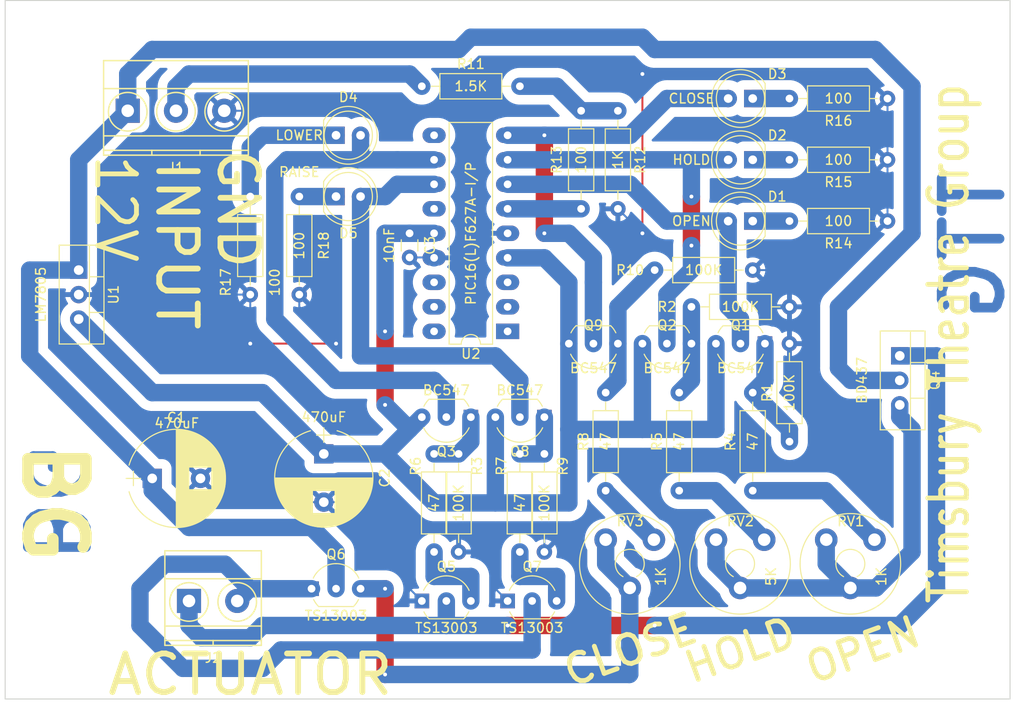
<source format=kicad_pcb>
(kicad_pcb (version 20221018) (generator pcbnew)
  (layers (0 "F.Cu" signal) (31 "B.Cu" signal) (34 "B.Paste" user) (35 "F.Paste" user) (36 "B.SilkS" user "B.Silkscreen") (37 "F.SilkS" user "F.Silkscreen") (38 "B.Mask" user) (39 "F.Mask" user) (44 "Edge.Cuts" user))
  (net 0 "")
  (net 1 "GND")
  (net 2 "VDD")
  (net 3 "Net-(D1-Pad1)")
  (net 4 "OPEN")
  (net 5 "Net-(D2-Pad1)")
  (net 6 "HOLD")
  (net 7 "Net-(D3-Pad1)")
  (net 8 "CLOSE")
  (net 9 "Net-(D4-Pad1)")
  (net 10 "LOWER")
  (net 11 "Net-(D5-Pad1)")
  (net 12 "RAISE")
  (net 13 "INPUT")
  (net 14 "Net-(J2-Pad1)")
  (net 15 "Net-(J2-Pad2)")
  (net 16 "Net-(Q1-Pad1)")
  (net 17 "Net-(Q2-Pad1)")
  (net 18 "Net-(Q3-Pad1)")
  (net 19 "Net-(Q4-Pad3)")
  (net 20 "Net-(Q5-Pad3)")
  (net 21 "Net-(Q6-Pad3)")
  (net 22 "Net-(Q7-Pad3)")
  (net 23 "Net-(Q8-Pad1)")
  (net 24 "Net-(Q9-Pad1)")
  (net 25 "Net-(R4-Pad1)")
  (net 26 "Net-(R5-Pad1)")
  (net 27 "Net-(R8-Pad1)")
  (net 28 "Net-(R11-Pad2)")
  (net 29 "Net-(R13-Pad2)")
  (net 30 "Net-(U2-Pad1)")
  (net 31 "Net-(U2-Pad10)")
  (net 32 "Net-(U2-Pad2)")
  (net 33 "Net-(U2-Pad3)")
  (net 34 "Net-(U2-Pad13)")
  (net 35 "Net-(U2-Pad16)")
  (net 36 "Net-(U2-Pad17)")
  (net 37 "Net-(U2-Pad18)")
  (net 38 "12V")
  (footprint "Capacitors_THT:CP_Radial_D10.0mm_P5.00mm" (layer "F.Cu") (at 34.29 66.04)
    (fp_text reference "C1" (at 2.5 -6.31) (layer "F.SilkS"))
    (fp_text value "470uF" (at 2.54 -5.715) (layer "F.SilkS"))
    (pad "1" thru_hole rect (at 0 0) (size 2 2) (drill 1) (layers "*.Cu" "*.Mask") (net 38 "12V"))
    (pad "2" thru_hole circle (at 5 0) (size 2 2) (drill 1) (layers "*.Cu" "*.Mask") (net 1 "GND"))
  )
  (footprint "Capacitors_THT:CP_Radial_D10.0mm_P5.00mm" (layer "F.Cu") (at 52.07 63.5 -90)
    (fp_text reference "C2" (at 2.5 -6.31 270) (layer "F.SilkS"))
    (fp_text value "470uF" (at -3.81 0) (layer "F.SilkS"))
    (pad "1" thru_hole rect (at 0 0 270) (size 2 2) (drill 1) (layers "*.Cu" "*.Mask") (net 2 "VDD"))
    (pad "2" thru_hole circle (at 5 0 270) (size 2 2) (drill 1) (layers "*.Cu" "*.Mask") (net 1 "GND"))
  )
  (footprint "Capacitors_THT:C_Disc_D3.0mm_W1.6mm_P2.50mm" (layer "F.Cu") (at 60.96 40.64 -90)
    (fp_text reference "C3" (at 1.25 -2.11 270) (layer "F.SilkS"))
    (fp_text value "10nF" (at 1.25 2.11 270) (layer "F.SilkS"))
    (pad "1" thru_hole circle (at 0 0 270) (size 1.6 1.6) (drill 0.8) (layers "*.Cu" "*.Mask") (net 2 "VDD"))
    (pad "2" thru_hole circle (at 2.5 0 270) (size 1.6 1.6) (drill 0.8) (layers "*.Cu" "*.Mask") (net 1 "GND"))
  )
  (footprint "LEDs:LED_D5.0mm" (layer "F.Cu") (at 96.52 39.37 180)
    (fp_text reference "D1" (at -2.54 2.54 180) (layer "F.SilkS"))
    (fp_text value "OPEN" (at 6.35 0 180) (layer "F.SilkS"))
    (pad "1" thru_hole rect (at 0 0 180) (size 1.8 1.8) (drill 0.9) (layers "*.Cu" "*.Mask") (net 3 "Net-(D1-Pad1)"))
    (pad "2" thru_hole circle (at 2.54 0 180) (size 1.8 1.8) (drill 0.9) (layers "*.Cu" "*.Mask") (net 4 "OPEN"))
  )
  (footprint "LEDs:LED_D5.0mm" (layer "F.Cu") (at 96.52 33.02 180)
    (fp_text reference "D2" (at -2.54 2.54 180) (layer "F.SilkS"))
    (fp_text value "HOLD" (at 6.35 0 180) (layer "F.SilkS"))
    (pad "1" thru_hole rect (at 0 0 180) (size 1.8 1.8) (drill 0.9) (layers "*.Cu" "*.Mask") (net 5 "Net-(D2-Pad1)"))
    (pad "2" thru_hole circle (at 2.54 0 180) (size 1.8 1.8) (drill 0.9) (layers "*.Cu" "*.Mask") (net 6 "HOLD"))
  )
  (footprint "LEDs:LED_D5.0mm" (layer "F.Cu") (at 96.52 26.67 180)
    (fp_text reference "D3" (at -2.54 2.54 180) (layer "F.SilkS"))
    (fp_text value "CLOSE" (at 6.35 0 180) (layer "F.SilkS"))
    (pad "1" thru_hole rect (at 0 0 180) (size 1.8 1.8) (drill 0.9) (layers "*.Cu" "*.Mask") (net 7 "Net-(D3-Pad1)"))
    (pad "2" thru_hole circle (at 2.54 0 180) (size 1.8 1.8) (drill 0.9) (layers "*.Cu" "*.Mask") (net 8 "CLOSE"))
  )
  (footprint "LEDs:LED_D5.0mm" (layer "F.Cu") (at 53.34 30.48)
    (fp_text reference "D4" (at 1.27 -3.96) (layer "F.SilkS"))
    (fp_text value "LOWER" (at -3.81 0) (layer "F.SilkS"))
    (pad "1" thru_hole rect (at 0 0) (size 1.8 1.8) (drill 0.9) (layers "*.Cu" "*.Mask") (net 9 "Net-(D4-Pad1)"))
    (pad "2" thru_hole circle (at 2.54 0) (size 1.8 1.8) (drill 0.9) (layers "*.Cu" "*.Mask") (net 10 "LOWER"))
  )
  (footprint "LEDs:LED_D5.0mm" (layer "F.Cu") (at 53.34 36.83)
    (fp_text reference "D5" (at 1.27 3.81) (layer "F.SilkS"))
    (fp_text value "RAISE" (at -3.81 -2.54) (layer "F.SilkS"))
    (pad "1" thru_hole rect (at 0 0) (size 1.8 1.8) (drill 0.9) (layers "*.Cu" "*.Mask") (net 11 "Net-(D5-Pad1)"))
    (pad "2" thru_hole circle (at 2.54 0) (size 1.8 1.8) (drill 0.9) (layers "*.Cu" "*.Mask") (net 12 "RAISE"))
  )
  (footprint "TerminalBlocks_Phoenix:TerminalBlock_Phoenix_MKDS1.5-3pol" (layer "F.Cu") (at 31.75 27.94)
    (fp_text reference "J1" (at 5 5.9) (layer "F.SilkS"))
    (fp_text value "Screw_Terminal_01x03" hide)
    (pad "1" thru_hole rect (at 0 0) (size 2.5 2.5) (drill 1.3) (layers "*.Cu" "*.Mask") (net 38 "12V"))
    (pad "2" thru_hole circle (at 5 0) (size 2.5 2.5) (drill 1.3) (layers "*.Cu" "*.Mask") (net 13 "INPUT"))
    (pad "3" thru_hole circle (at 10 0) (size 2.5 2.5) (drill 1.3) (layers "*.Cu" "*.Mask") (net 1 "GND"))
  )
  (footprint "TerminalBlocks_Phoenix:TerminalBlock_Phoenix_MKDS1.5-2pol" (layer "F.Cu") (at 38.1 78.74)
    (fp_text reference "J2" (at 2.5 5.9) (layer "F.SilkS"))
    (fp_text value "Screw_Terminal_01x02" hide)
    (pad "1" thru_hole rect (at 0 0) (size 2.5 2.5) (drill 1.3) (layers "*.Cu" "*.Mask") (net 14 "Net-(J2-Pad1)"))
    (pad "2" thru_hole circle (at 5 0) (size 2.5 2.5) (drill 1.3) (layers "*.Cu" "*.Mask") (net 15 "Net-(J2-Pad2)"))
  )
  (footprint "TO_SOT_Packages_THT:TO-92_Inline_Wide" (layer "F.Cu") (at 97.79 52.07 180)
    (fp_text reference "Q1" (at 2.54 1.905) (layer "F.SilkS"))
    (fp_text value "BC547" (at 2.54 -2.54 180) (layer "F.SilkS"))
    (pad "1" thru_hole rect (at 0 0 270) (size 1.52 1.52) (drill 0.8) (layers "*.Cu" "*.Mask") (net 16 "Net-(Q1-Pad1)"))
    (pad "2" thru_hole circle (at 2.54 0 270) (size 1.52 1.52) (drill 0.8) (layers "*.Cu" "*.Mask") (net 4 "OPEN"))
    (pad "3" thru_hole circle (at 5.08 0 270) (size 1.52 1.52) (drill 0.8) (layers "*.Cu" "*.Mask") (net 2 "VDD"))
  )
  (footprint "TO_SOT_Packages_THT:TO-92_Inline_Wide" (layer "F.Cu") (at 90.17 52.07 180)
    (fp_text reference "Q2" (at 2.54 1.905) (layer "F.SilkS"))
    (fp_text value "BC547" (at 2.54 -2.54 180) (layer "F.SilkS"))
    (pad "1" thru_hole rect (at 0 0 270) (size 1.52 1.52) (drill 0.8) (layers "*.Cu" "*.Mask") (net 17 "Net-(Q2-Pad1)"))
    (pad "2" thru_hole circle (at 2.54 0 270) (size 1.52 1.52) (drill 0.8) (layers "*.Cu" "*.Mask") (net 6 "HOLD"))
    (pad "3" thru_hole circle (at 5.08 0 270) (size 1.52 1.52) (drill 0.8) (layers "*.Cu" "*.Mask") (net 2 "VDD"))
  )
  (footprint "TO_SOT_Packages_THT:TO-92_Inline_Wide" (layer "F.Cu") (at 67.31 59.69 180)
    (fp_text reference "Q3" (at 2.54 -3.56) (layer "F.SilkS"))
    (fp_text value "BC547" (at 2.54 2.79 180) (layer "F.SilkS"))
    (pad "1" thru_hole rect (at 0 0 270) (size 1.52 1.52) (drill 0.8) (layers "*.Cu" "*.Mask") (net 18 "Net-(Q3-Pad1)"))
    (pad "2" thru_hole circle (at 2.54 0 270) (size 1.52 1.52) (drill 0.8) (layers "*.Cu" "*.Mask") (net 10 "LOWER"))
    (pad "3" thru_hole circle (at 5.08 0 270) (size 1.52 1.52) (drill 0.8) (layers "*.Cu" "*.Mask") (net 2 "VDD"))
  )
  (footprint "TO_SOT_Packages_THT:TO-220-3_Vertical" (layer "F.Cu") (at 111.76 53.34 -90)
    (fp_text reference "Q4" (at 2.54 -3.62 270) (layer "F.SilkS"))
    (fp_text value "BD437" (at 2.54 3.92 270) (layer "F.SilkS"))
    (pad "1" thru_hole rect (at 0 0 270) (size 1.8 1.8) (drill 1) (layers "*.Cu" "*.Mask") (net 14 "Net-(J2-Pad1)"))
    (pad "2" thru_hole oval (at 2.54 0 270) (size 1.8 1.8) (drill 1) (layers "*.Cu" "*.Mask") (net 38 "12V"))
    (pad "3" thru_hole oval (at 5.08 0 270) (size 1.8 1.8) (drill 1) (layers "*.Cu" "*.Mask") (net 19 "Net-(Q4-Pad3)"))
  )
  (footprint "TO_SOT_Packages_THT:TO-92_Inline_Wide" (layer "F.Cu") (at 62.23 78.74)
    (fp_text reference "Q5" (at 2.54 -3.56 180) (layer "F.SilkS"))
    (fp_text value "TS13003" (at 2.54 2.79) (layer "F.SilkS"))
    (pad "1" thru_hole rect (at 0 0 90) (size 1.52 1.52) (drill 0.8) (layers "*.Cu" "*.Mask") (net 1 "GND"))
    (pad "2" thru_hole circle (at 2.54 0 90) (size 1.52 1.52) (drill 0.8) (layers "*.Cu" "*.Mask") (net 14 "Net-(J2-Pad1)"))
    (pad "3" thru_hole circle (at 5.08 0 90) (size 1.52 1.52) (drill 0.8) (layers "*.Cu" "*.Mask") (net 20 "Net-(Q5-Pad3)"))
  )
  (footprint "TO_SOT_Packages_THT:TO-92_Inline_Wide" (layer "F.Cu") (at 50.8 77.47)
    (fp_text reference "Q6" (at 2.54 -3.56 180) (layer "F.SilkS"))
    (fp_text value "TS13003" (at 2.54 2.79) (layer "F.SilkS"))
    (pad "1" thru_hole rect (at 0 0 90) (size 1.52 1.52) (drill 0.8) (layers "*.Cu" "*.Mask") (net 15 "Net-(J2-Pad2)"))
    (pad "2" thru_hole circle (at 2.54 0 90) (size 1.52 1.52) (drill 0.8) (layers "*.Cu" "*.Mask") (net 38 "12V"))
    (pad "3" thru_hole circle (at 5.08 0 90) (size 1.52 1.52) (drill 0.8) (layers "*.Cu" "*.Mask") (net 21 "Net-(Q6-Pad3)"))
  )
  (footprint "TO_SOT_Packages_THT:TO-92_Inline_Wide" (layer "F.Cu") (at 71.12 78.74)
    (fp_text reference "Q7" (at 2.54 -3.56 180) (layer "F.SilkS"))
    (fp_text value "TS13003" (at 2.54 2.79) (layer "F.SilkS"))
    (pad "1" thru_hole rect (at 0 0 90) (size 1.52 1.52) (drill 0.8) (layers "*.Cu" "*.Mask") (net 1 "GND"))
    (pad "2" thru_hole circle (at 2.54 0 90) (size 1.52 1.52) (drill 0.8) (layers "*.Cu" "*.Mask") (net 15 "Net-(J2-Pad2)"))
    (pad "3" thru_hole circle (at 5.08 0 90) (size 1.52 1.52) (drill 0.8) (layers "*.Cu" "*.Mask") (net 22 "Net-(Q7-Pad3)"))
  )
  (footprint "TO_SOT_Packages_THT:TO-92_Inline_Wide" (layer "F.Cu") (at 74.93 59.69 180)
    (fp_text reference "Q8" (at 2.54 -3.56) (layer "F.SilkS"))
    (fp_text value "BC547" (at 2.54 2.79 180) (layer "F.SilkS"))
    (pad "1" thru_hole rect (at 0 0 270) (size 1.52 1.52) (drill 0.8) (layers "*.Cu" "*.Mask") (net 23 "Net-(Q8-Pad1)"))
    (pad "2" thru_hole circle (at 2.54 0 270) (size 1.52 1.52) (drill 0.8) (layers "*.Cu" "*.Mask") (net 12 "RAISE"))
    (pad "3" thru_hole circle (at 5.08 0 270) (size 1.52 1.52) (drill 0.8) (layers "*.Cu" "*.Mask") (net 2 "VDD"))
  )
  (footprint "TO_SOT_Packages_THT:TO-92_Inline_Wide" (layer "F.Cu") (at 82.55 52.07 180)
    (fp_text reference "Q9" (at 2.54 1.905) (layer "F.SilkS"))
    (fp_text value "BC547" (at 2.54 -2.54 180) (layer "F.SilkS"))
    (pad "1" thru_hole rect (at 0 0 270) (size 1.52 1.52) (drill 0.8) (layers "*.Cu" "*.Mask") (net 24 "Net-(Q9-Pad1)"))
    (pad "2" thru_hole circle (at 2.54 0 270) (size 1.52 1.52) (drill 0.8) (layers "*.Cu" "*.Mask") (net 8 "CLOSE"))
    (pad "3" thru_hole circle (at 5.08 0 270) (size 1.52 1.52) (drill 0.8) (layers "*.Cu" "*.Mask") (net 2 "VDD"))
  )
  (footprint "Resistors_THT:R_Axial_DIN0207_L6.3mm_D2.5mm_P10.16mm_Horizontal" (layer "F.Cu") (at 100.33 62.23 90)
    (fp_text reference "R1" (at 5.08 -2.31 90) (layer "F.SilkS"))
    (fp_text value "100K" (at 5.08 0 90) (layer "F.SilkS"))
    (pad "1" thru_hole circle (at 0 0 90) (size 1.6 1.6) (drill 0.8) (layers "*.Cu" "*.Mask") (net 16 "Net-(Q1-Pad1)"))
    (pad "2" thru_hole oval (at 10.16 0 90) (size 1.6 1.6) (drill 0.8) (layers "*.Cu" "*.Mask") (net 1 "GND"))
  )
  (footprint "Resistors_THT:R_Axial_DIN0207_L6.3mm_D2.5mm_P10.16mm_Horizontal" (layer "F.Cu") (at 90.17 48.26)
    (fp_text reference "R2" (at -2.54 0) (layer "F.SilkS"))
    (fp_text value "100K" (at 5.08 0) (layer "F.SilkS"))
    (pad "1" thru_hole circle (at 0 0) (size 1.6 1.6) (drill 0.8) (layers "*.Cu" "*.Mask") (net 17 "Net-(Q2-Pad1)"))
    (pad "2" thru_hole oval (at 10.16 0) (size 1.6 1.6) (drill 0.8) (layers "*.Cu" "*.Mask") (net 1 "GND"))
  )
  (footprint "Resistors_THT:R_Axial_DIN0207_L6.3mm_D2.5mm_P10.16mm_Horizontal" (layer "F.Cu") (at 66.04 63.5 -90)
    (fp_text reference "R3" (at 1.27 -1.905 270) (layer "F.SilkS"))
    (fp_text value "100K" (at 5.08 0 270) (layer "F.SilkS"))
    (pad "1" thru_hole circle (at 0 0 270) (size 1.6 1.6) (drill 0.8) (layers "*.Cu" "*.Mask") (net 18 "Net-(Q3-Pad1)"))
    (pad "2" thru_hole oval (at 10.16 0 270) (size 1.6 1.6) (drill 0.8) (layers "*.Cu" "*.Mask") (net 1 "GND"))
  )
  (footprint "Resistors_THT:R_Axial_DIN0207_L6.3mm_D2.5mm_P10.16mm_Horizontal" (layer "F.Cu") (at 96.52 67.31 90)
    (fp_text reference "R4" (at 5.08 -2.31 90) (layer "F.SilkS"))
    (fp_text value "47" (at 5.08 0 90) (layer "F.SilkS"))
    (pad "1" thru_hole circle (at 0 0 90) (size 1.6 1.6) (drill 0.8) (layers "*.Cu" "*.Mask") (net 25 "Net-(R4-Pad1)"))
    (pad "2" thru_hole oval (at 10.16 0 90) (size 1.6 1.6) (drill 0.8) (layers "*.Cu" "*.Mask") (net 16 "Net-(Q1-Pad1)"))
  )
  (footprint "Resistors_THT:R_Axial_DIN0207_L6.3mm_D2.5mm_P10.16mm_Horizontal" (layer "F.Cu") (at 88.9 67.31 90)
    (fp_text reference "R5" (at 5.08 -2.31 90) (layer "F.SilkS"))
    (fp_text value "47" (at 5.08 0 90) (layer "F.SilkS"))
    (pad "1" thru_hole circle (at 0 0 90) (size 1.6 1.6) (drill 0.8) (layers "*.Cu" "*.Mask") (net 26 "Net-(R5-Pad1)"))
    (pad "2" thru_hole oval (at 10.16 0 90) (size 1.6 1.6) (drill 0.8) (layers "*.Cu" "*.Mask") (net 17 "Net-(Q2-Pad1)"))
  )
  (footprint "Resistors_THT:R_Axial_DIN0207_L6.3mm_D2.5mm_P10.16mm_Horizontal" (layer "F.Cu") (at 63.5 73.66 90)
    (fp_text reference "R6" (at 8.89 -1.905 90) (layer "F.SilkS"))
    (fp_text value "47" (at 5.08 0 90) (layer "F.SilkS"))
    (pad "1" thru_hole circle (at 0 0 90) (size 1.6 1.6) (drill 0.8) (layers "*.Cu" "*.Mask") (net 20 "Net-(Q5-Pad3)"))
    (pad "2" thru_hole oval (at 10.16 0 90) (size 1.6 1.6) (drill 0.8) (layers "*.Cu" "*.Mask") (net 18 "Net-(Q3-Pad1)"))
  )
  (footprint "Resistors_THT:R_Axial_DIN0207_L6.3mm_D2.5mm_P10.16mm_Horizontal" (layer "F.Cu") (at 72.39 63.5 -90)
    (fp_text reference "R7" (at 1.27 1.905 270) (layer "F.SilkS"))
    (fp_text value "47" (at 5.08 0 270) (layer "F.SilkS"))
    (pad "1" thru_hole circle (at 0 0 270) (size 1.6 1.6) (drill 0.8) (layers "*.Cu" "*.Mask") (net 23 "Net-(Q8-Pad1)"))
    (pad "2" thru_hole oval (at 10.16 0 270) (size 1.6 1.6) (drill 0.8) (layers "*.Cu" "*.Mask") (net 22 "Net-(Q7-Pad3)"))
  )
  (footprint "Resistors_THT:R_Axial_DIN0207_L6.3mm_D2.5mm_P10.16mm_Horizontal" (layer "F.Cu") (at 81.28 67.31 90)
    (fp_text reference "R8" (at 5.08 -2.31 90) (layer "F.SilkS"))
    (fp_text value "47" (at 5.08 0 90) (layer "F.SilkS"))
    (pad "1" thru_hole circle (at 0 0 90) (size 1.6 1.6) (drill 0.8) (layers "*.Cu" "*.Mask") (net 27 "Net-(R8-Pad1)"))
    (pad "2" thru_hole oval (at 10.16 0 90) (size 1.6 1.6) (drill 0.8) (layers "*.Cu" "*.Mask") (net 24 "Net-(Q9-Pad1)"))
  )
  (footprint "Resistors_THT:R_Axial_DIN0207_L6.3mm_D2.5mm_P10.16mm_Horizontal" (layer "F.Cu") (at 74.93 73.66 90)
    (fp_text reference "R9" (at 8.89 1.905 90) (layer "F.SilkS"))
    (fp_text value "100K" (at 5.08 0 90) (layer "F.SilkS"))
    (pad "1" thru_hole circle (at 0 0 90) (size 1.6 1.6) (drill 0.8) (layers "*.Cu" "*.Mask") (net 1 "GND"))
    (pad "2" thru_hole oval (at 10.16 0 90) (size 1.6 1.6) (drill 0.8) (layers "*.Cu" "*.Mask") (net 23 "Net-(Q8-Pad1)"))
  )
  (footprint "Resistors_THT:R_Axial_DIN0207_L6.3mm_D2.5mm_P10.16mm_Horizontal" (layer "F.Cu") (at 96.52 44.45 180)
    (fp_text reference "R10" (at 12.7 0 180) (layer "F.SilkS"))
    (fp_text value "100K" (at 5.08 0 180) (layer "F.SilkS"))
    (pad "1" thru_hole circle (at 0 0 180) (size 1.6 1.6) (drill 0.8) (layers "*.Cu" "*.Mask") (net 1 "GND"))
    (pad "2" thru_hole oval (at 10.16 0 180) (size 1.6 1.6) (drill 0.8) (layers "*.Cu" "*.Mask") (net 24 "Net-(Q9-Pad1)"))
  )
  (footprint "Resistors_THT:R_Axial_DIN0207_L6.3mm_D2.5mm_P10.16mm_Horizontal" (layer "F.Cu") (at 62.23 25.4)
    (fp_text reference "R11" (at 5.08 -2.31) (layer "F.SilkS"))
    (fp_text value "1.5K" (at 5.08 0) (layer "F.SilkS"))
    (pad "1" thru_hole circle (at 0 0) (size 1.6 1.6) (drill 0.8) (layers "*.Cu" "*.Mask") (net 13 "INPUT"))
    (pad "2" thru_hole oval (at 10.16 0) (size 1.6 1.6) (drill 0.8) (layers "*.Cu" "*.Mask") (net 28 "Net-(R11-Pad2)"))
  )
  (footprint "Resistors_THT:R_Axial_DIN0207_L6.3mm_D2.5mm_P10.16mm_Horizontal" (layer "F.Cu") (at 82.55 27.94 -90)
    (fp_text reference "R12" (at 5.08 -2.31 270) (layer "F.SilkS"))
    (fp_text value "1K" (at 5.08 0 270) (layer "F.SilkS"))
    (pad "1" thru_hole circle (at 0 0 270) (size 1.6 1.6) (drill 0.8) (layers "*.Cu" "*.Mask") (net 28 "Net-(R11-Pad2)"))
    (pad "2" thru_hole oval (at 10.16 0 270) (size 1.6 1.6) (drill 0.8) (layers "*.Cu" "*.Mask") (net 1 "GND"))
  )
  (footprint "Resistors_THT:R_Axial_DIN0207_L6.3mm_D2.5mm_P10.16mm_Horizontal" (layer "F.Cu") (at 78.74 27.94 -90)
    (fp_text reference "R13" (at 5.08 2.54 270) (layer "F.SilkS"))
    (fp_text value "100" (at 5.08 0 270) (layer "F.SilkS"))
    (pad "1" thru_hole circle (at 0 0 270) (size 1.6 1.6) (drill 0.8) (layers "*.Cu" "*.Mask") (net 28 "Net-(R11-Pad2)"))
    (pad "2" thru_hole oval (at 10.16 0 270) (size 1.6 1.6) (drill 0.8) (layers "*.Cu" "*.Mask") (net 29 "Net-(R13-Pad2)"))
  )
  (footprint "Resistors_THT:R_Axial_DIN0207_L6.3mm_D2.5mm_P10.16mm_Horizontal" (layer "F.Cu") (at 110.49 39.37 180)
    (fp_text reference "R14" (at 5.08 -2.31 180) (layer "F.SilkS"))
    (fp_text value "100" (at 5.08 0 180) (layer "F.SilkS"))
    (pad "1" thru_hole circle (at 0 0 180) (size 1.6 1.6) (drill 0.8) (layers "*.Cu" "*.Mask") (net 1 "GND"))
    (pad "2" thru_hole oval (at 10.16 0 180) (size 1.6 1.6) (drill 0.8) (layers "*.Cu" "*.Mask") (net 3 "Net-(D1-Pad1)"))
  )
  (footprint "Resistors_THT:R_Axial_DIN0207_L6.3mm_D2.5mm_P10.16mm_Horizontal" (layer "F.Cu") (at 110.49 33.02 180)
    (fp_text reference "R15" (at 5.08 -2.31 180) (layer "F.SilkS"))
    (fp_text value "100" (at 5.08 0 180) (layer "F.SilkS"))
    (pad "1" thru_hole circle (at 0 0 180) (size 1.6 1.6) (drill 0.8) (layers "*.Cu" "*.Mask") (net 1 "GND"))
    (pad "2" thru_hole oval (at 10.16 0 180) (size 1.6 1.6) (drill 0.8) (layers "*.Cu" "*.Mask") (net 5 "Net-(D2-Pad1)"))
  )
  (footprint "Resistors_THT:R_Axial_DIN0207_L6.3mm_D2.5mm_P10.16mm_Horizontal" (layer "F.Cu") (at 110.49 26.67 180)
    (fp_text reference "R16" (at 5.08 -2.31 180) (layer "F.SilkS"))
    (fp_text value "100" (at 5.08 0 180) (layer "F.SilkS"))
    (pad "1" thru_hole circle (at 0 0 180) (size 1.6 1.6) (drill 0.8) (layers "*.Cu" "*.Mask") (net 1 "GND"))
    (pad "2" thru_hole oval (at 10.16 0 180) (size 1.6 1.6) (drill 0.8) (layers "*.Cu" "*.Mask") (net 7 "Net-(D3-Pad1)"))
  )
  (footprint "Resistors_THT:R_Axial_DIN0207_L6.3mm_D2.5mm_P10.16mm_Horizontal" (layer "F.Cu") (at 44.45 46.99 90)
    (fp_text reference "R17" (at 1.27 -2.54 90) (layer "F.SilkS"))
    (fp_text value "100" (at 1.27 2.54 90) (layer "F.SilkS"))
    (pad "1" thru_hole circle (at 0 0 90) (size 1.6 1.6) (drill 0.8) (layers "*.Cu" "*.Mask") (net 1 "GND"))
    (pad "2" thru_hole oval (at 10.16 0 90) (size 1.6 1.6) (drill 0.8) (layers "*.Cu" "*.Mask") (net 9 "Net-(D4-Pad1)"))
  )
  (footprint "Resistors_THT:R_Axial_DIN0207_L6.3mm_D2.5mm_P10.16mm_Horizontal" (layer "F.Cu") (at 49.53 46.99 90)
    (fp_text reference "R18" (at 5.08 2.54 90) (layer "F.SilkS"))
    (fp_text value "100" (at 5.08 0 90) (layer "F.SilkS"))
    (pad "1" thru_hole circle (at 0 0 90) (size 1.6 1.6) (drill 0.8) (layers "*.Cu" "*.Mask") (net 1 "GND"))
    (pad "2" thru_hole oval (at 10.16 0 90) (size 1.6 1.6) (drill 0.8) (layers "*.Cu" "*.Mask") (net 11 "Net-(D5-Pad1)"))
  )
  (footprint "Potentiometers:Potentiometer_Trimmer_Piher_PT-10v5_Horizontal_Px5.0mm_Py5.0mm" (layer "F.Cu") (at 104.14 72.39 -90)
    (fp_text reference "RV1" (at -1.905 -2.54) (layer "F.SilkS"))
    (fp_text value "1K" (at 3.81 -5.715 270) (layer "F.SilkS"))
    (pad "1" thru_hole circle (at 0 0 270) (size 2.34 2.34) (drill 1.3) (layers "*.Cu" "*.Mask") (net 19 "Net-(Q4-Pad3)"))
    (pad "2" thru_hole circle (at 5 -2.5 270) (size 2.34 2.34) (drill 1.3) (layers "*.Cu" "*.Mask") (net 19 "Net-(Q4-Pad3)"))
    (pad "3" thru_hole circle (at 0 -5 270) (size 2.34 2.34) (drill 1.3) (layers "*.Cu" "*.Mask") (net 25 "Net-(R4-Pad1)"))
  )
  (footprint "Potentiometers:Potentiometer_Trimmer_Piher_PT-10v5_Horizontal_Px5.0mm_Py5.0mm" (layer "F.Cu") (at 92.71 72.39 -90)
    (fp_text reference "RV2" (at -1.905 -2.54) (layer "F.SilkS"))
    (fp_text value "5K" (at 3.81 -5.715 270) (layer "F.SilkS"))
    (pad "1" thru_hole circle (at 0 0 270) (size 2.34 2.34) (drill 1.3) (layers "*.Cu" "*.Mask") (net 19 "Net-(Q4-Pad3)"))
    (pad "2" thru_hole circle (at 5 -2.5 270) (size 2.34 2.34) (drill 1.3) (layers "*.Cu" "*.Mask") (net 19 "Net-(Q4-Pad3)"))
    (pad "3" thru_hole circle (at 0 -5 270) (size 2.34 2.34) (drill 1.3) (layers "*.Cu" "*.Mask") (net 26 "Net-(R5-Pad1)"))
  )
  (footprint "Potentiometers:Potentiometer_Trimmer_Piher_PT-10v5_Horizontal_Px5.0mm_Py5.0mm" (layer "F.Cu") (at 81.28 72.39 -90)
    (fp_text reference "RV3" (at -1.905 -2.54) (layer "F.SilkS"))
    (fp_text value "1K" (at 3.81 -5.715 270) (layer "F.SilkS"))
    (pad "1" thru_hole circle (at 0 0 270) (size 2.34 2.34) (drill 1.3) (layers "*.Cu" "*.Mask") (net 21 "Net-(Q6-Pad3)"))
    (pad "2" thru_hole circle (at 5 -2.5 270) (size 2.34 2.34) (drill 1.3) (layers "*.Cu" "*.Mask") (net 21 "Net-(Q6-Pad3)"))
    (pad "3" thru_hole circle (at 0 -5 270) (size 2.34 2.34) (drill 1.3) (layers "*.Cu" "*.Mask") (net 27 "Net-(R8-Pad1)"))
  )
  (footprint "TO_SOT_Packages_THT:TO-220-3_Vertical" (layer "F.Cu") (at 26.67 44.45 -90)
    (fp_text reference "U1" (at 2.54 -3.62 270) (layer "F.SilkS"))
    (fp_text value "LM7805" (at 2.54 3.92 270) (layer "F.SilkS"))
    (pad "1" thru_hole rect (at 0 0 270) (size 1.8 1.8) (drill 1) (layers "*.Cu" "*.Mask") (net 38 "12V"))
    (pad "2" thru_hole oval (at 2.54 0 270) (size 1.8 1.8) (drill 1) (layers "*.Cu" "*.Mask") (net 1 "GND"))
    (pad "3" thru_hole oval (at 5.08 0 270) (size 1.8 1.8) (drill 1) (layers "*.Cu" "*.Mask") (net 2 "VDD"))
  )
  (footprint "Housings_DIP:DIP-18_W7.62mm_LongPads" (layer "F.Cu") (at 71.12 50.8 180)
    (fp_text reference "U2" (at 3.81 -2.33 180) (layer "F.SilkS"))
    (fp_text value "PIC16(L)F627A-I/P" (at 3.81 10.16 270) (layer "F.SilkS"))
    (pad "1" thru_hole rect (at 0 0 180) (size 2.4 1.6) (drill 0.8) (layers "*.Cu" "*.Mask") (net 30 "Net-(U2-Pad1)"))
    (pad "2" thru_hole oval (at 0 2.54 180) (size 2.4 1.6) (drill 0.8) (layers "*.Cu" "*.Mask") (net 32 "Net-(U2-Pad2)"))
    (pad "3" thru_hole oval (at 0 5.08 180) (size 2.4 1.6) (drill 0.8) (layers "*.Cu" "*.Mask") (net 33 "Net-(U2-Pad3)"))
    (pad "4" thru_hole oval (at 0 7.62 180) (size 2.4 1.6) (drill 0.8) (layers "*.Cu" "*.Mask") (net 2 "VDD"))
    (pad "5" thru_hole oval (at 0 10.16 180) (size 2.4 1.6) (drill 0.8) (layers "*.Cu" "*.Mask") (net 1 "GND"))
    (pad "6" thru_hole oval (at 0 12.7 180) (size 2.4 1.6) (drill 0.8) (layers "*.Cu" "*.Mask") (net 29 "Net-(R13-Pad2)"))
    (pad "7" thru_hole oval (at 0 15.24 180) (size 2.4 1.6) (drill 0.8) (layers "*.Cu" "*.Mask") (net 4 "OPEN"))
    (pad "8" thru_hole oval (at 0 17.78 180) (size 2.4 1.6) (drill 0.8) (layers "*.Cu" "*.Mask") (net 6 "HOLD"))
    (pad "9" thru_hole oval (at 0 20.32 180) (size 2.4 1.6) (drill 0.8) (layers "*.Cu" "*.Mask") (net 8 "CLOSE"))
    (pad "10" thru_hole oval (at 7.62 20.32 180) (size 2.4 1.6) (drill 0.8) (layers "*.Cu" "*.Mask") (net 31 "Net-(U2-Pad10)"))
    (pad "11" thru_hole oval (at 7.62 17.78 180) (size 2.4 1.6) (drill 0.8) (layers "*.Cu" "*.Mask") (net 10 "LOWER"))
    (pad "12" thru_hole oval (at 7.62 15.24 180) (size 2.4 1.6) (drill 0.8) (layers "*.Cu" "*.Mask") (net 12 "RAISE"))
    (pad "13" thru_hole oval (at 7.62 12.7 180) (size 2.4 1.6) (drill 0.8) (layers "*.Cu" "*.Mask") (net 34 "Net-(U2-Pad13)"))
    (pad "14" thru_hole oval (at 7.62 10.16 180) (size 2.4 1.6) (drill 0.8) (layers "*.Cu" "*.Mask") (net 2 "VDD"))
    (pad "15" thru_hole oval (at 7.62 7.62 180) (size 2.4 1.6) (drill 0.8) (layers "*.Cu" "*.Mask") (net 1 "GND"))
    (pad "16" thru_hole oval (at 7.62 5.08 180) (size 2.4 1.6) (drill 0.8) (layers "*.Cu" "*.Mask") (net 35 "Net-(U2-Pad16)"))
    (pad "17" thru_hole oval (at 7.62 2.54 180) (size 2.4 1.6) (drill 0.8) (layers "*.Cu" "*.Mask") (net 36 "Net-(U2-Pad17)"))
    (pad "18" thru_hole oval (at 7.62 0 180) (size 2.4 1.6) (drill 0.8) (layers "*.Cu" "*.Mask") (net 37 "Net-(U2-Pad18)"))
  )
  (footprint "Mounting_Holes:MountingHole_4.3mm_M4" (layer "F.Cu") (at 118.11 21.59)
    (fp_text reference "REF**" hide)
    (fp_text value "MountingHole_4.3mm_M4" hide)
    (pad "" np_thru_hole circle (at 0 0) (size 4.3 4.3) (drill 4.3) (layers "*.Cu" "*.Mask"))
  )
  (footprint "Mounting_Holes:MountingHole_4.3mm_M4" (layer "F.Cu") (at 24.13 21.59)
    (fp_text reference "REF**" hide)
    (fp_text value "MountingHole_4.3mm_M4" hide)
    (pad "" np_thru_hole circle (at 0 0) (size 4.3 4.3) (drill 4.3) (layers "*.Cu" "*.Mask"))
  )
  (footprint "Mounting_Holes:MountingHole_4.3mm_M4" (layer "F.Cu") (at 24.13 83.82)
    (fp_text reference "REF**" hide)
    (fp_text value "MountingHole_4.3mm_M4" hide)
    (pad "" np_thru_hole circle (at 0 0) (size 4.3 4.3) (drill 4.3) (layers "*.Cu" "*.Mask"))
  )
  (footprint "Mounting_Holes:MountingHole_4.3mm_M4" (layer "F.Cu") (at 118.11 83.82)
    (fp_text reference "REF**" hide)
    (fp_text value "MountingHole_4.3mm_M4" hide)
    (pad "" np_thru_hole circle (at 0 0) (size 4.3 4.3) (drill 4.3) (layers "*.Cu" "*.Mask"))
  )
  (gr_line (start 123.19 88.9) (end 19.05 88.9) (stroke (width 0.1)) (layer "Edge.Cuts"))
  (gr_line (start 19.05 88.9) (end 19.05 16.51) (stroke (width 0.1)) (layer "Edge.Cuts"))
  (gr_line (start 123.19 16.51) (end 123.19 88.9) (stroke (width 0.1)) (layer "Edge.Cuts"))
  (gr_line (start 19.05 16.51) (end 123.19 16.51) (stroke (width 0.1)) (layer "Edge.Cuts"))
  (gr_text "BG" (at 24.13 68.58 270) (layer "B.Cu") (effects (font (size 6 6) (thickness 1)) (justify mirror)))
  (gr_text "TTG" (at 119.38 41.91 90) (layer "B.Cu") (effects (font (size 6 6) (thickness 1)) (justify mirror)))
  (gr_text "OPEN" (at 107.95 83.82 20) (layer "F.SilkS") (effects (font (size 3 3) (thickness 0.5))))
  (gr_text "GND" (at 43.18 38.1 270) (layer "F.SilkS") (effects (font (size 4 4) (thickness 0.6))))
  (gr_text "CLOSE" (at 83.82 83.82 20) (layer "F.SilkS") (effects (font (size 3 3) (thickness 0.5))))
  (gr_text "BG" (at 24.13 68.58 270) (layer "F.SilkS") (effects (font (size 6 6) (thickness 1.2))))
  (gr_text "12V" (at 30.48 38.1 270) (layer "F.SilkS") (effects (font (size 4 4) (thickness 0.5))))
  (gr_text "Timsbury Theatre Group" (at 116.84 52.07 90) (layer "F.SilkS") (effects (font (size 4 3) (thickness 0.5))))
  (gr_text "HOLD" (at 95.25 83.82 20) (layer "F.SilkS") (effects (font (size 3 3) (thickness 0.5))))
  (gr_text "ACTUATOR" (at 44.45 86.36) (layer "F.SilkS") (effects (font (size 4 4) (thickness 0.6))))
  (gr_text "INPUT" (at 36.83 41.91 270) (layer "F.SilkS") (effects (font (size 4 4) (thickness 0.6))))
  (segment (start 44.45 52.07) (end 53.34 52.07) (width 0.2) (layer "F.Cu") (net 1))
  (segment (start 85.09 40.64) (end 85.09 24.13) (width 0.2) (layer "F.Cu") (net 1))
  (via (at 53.34 52.07) (size 0.6) (drill 0.4) (layers "F.Cu" "B.Cu") (net 1))
  (via (at 85.09 40.64) (size 0.6) (drill 0.4) (layers "F.Cu" "B.Cu") (net 1))
  (via (at 85.09 24.13) (size 0.6) (drill 0.4) (layers "F.Cu" "B.Cu") (net 1))
  (via (at 44.45 52.07) (size 0.6) (drill 0.4) (layers "F.Cu" "B.Cu") (net 1))
  (segment (start 53.34 52.07) (end 49.53 48.26) (width 0.2) (layer "B.Cu") (net 1))
  (segment (start 49.53 48.26) (end 49.53 46.99) (width 0.2) (layer "B.Cu") (net 1))
  (segment (start 63.46 43.14) (end 63.5 43.18) (width 1.8) (layer "B.Cu") (net 1))
  (segment (start 63.5 43.18) (end 66.04 43.18) (width 0.2) (layer "B.Cu") (net 1))
  (segment (start 66.04 43.18) (end 67.31 41.91) (width 0.2) (layer "B.Cu") (net 1))
  (segment (start 68.58 40.64) (end 71.12 40.64) (width 0.2) (layer "B.Cu") (net 1))
  (segment (start 85.09 24.13) (end 83.82 22.86) (width 0.2) (layer "B.Cu") (net 1))
  (segment (start 83.82 22.86) (end 68.58 22.86) (width 0.2) (layer "B.Cu") (net 1))
  (segment (start 68.58 22.86) (end 67.31 24.13) (width 0.2) (layer "B.Cu") (net 1))
  (segment (start 67.31 24.13) (end 67.31 27.94) (width 0.2) (layer "B.Cu") (net 1))
  (segment (start 67.31 41.91) (end 68.58 40.64) (width 0.2) (layer "B.Cu") (net 1))
  (segment (start 67.31 27.94) (end 67.31 41.91) (width 0.2) (layer "B.Cu") (net 1))
  (segment (start 41.75 68.5) (end 52.07 68.5) (width 0.2) (layer "B.Cu") (net 1))
  (segment (start 58.34 68.5) (end 60.96 71.12) (width 0.2) (layer "B.Cu") (net 1))
  (segment (start 60.96 71.12) (end 66.04 71.12) (width 0.2) (layer "B.Cu") (net 1))
  (segment (start 66.04 71.12) (end 66.04 73.66) (width 0.2) (layer "B.Cu") (net 1))
  (segment (start 74.93 71.12) (end 69.85 71.12) (width 0.2) (layer "B.Cu") (net 1))
  (segment (start 69.85 71.12) (end 66.04 71.12) (width 0.2) (layer "B.Cu") (net 1))
  (segment (start 69.85 77.47) (end 69.85 71.12) (width 0.2) (layer "B.Cu") (net 1))
  (segment (start 60.96 77.47) (end 60.96 71.12) (width 0.2) (layer "B.Cu") (net 1))
  (segment (start 110.49 33.02) (end 110.49 39.37) (width 0.2) (layer "B.Cu") (net 1))
  (segment (start 110.49 39.37) (end 105.41 44.45) (width 0.2) (layer "B.Cu") (net 1))
  (segment (start 105.41 44.45) (end 100.33 44.45) (width 0.2) (layer "B.Cu") (net 1))
  (segment (start 100.33 48.26) (end 100.33 44.45) (width 0.2) (layer "B.Cu") (net 1))
  (segment (start 100.33 44.45) (end 96.52 44.45) (width 0.2) (layer "B.Cu") (net 1))
  (segment (start 107.95 24.13) (end 85.09 24.13) (width 0.2) (layer "B.Cu") (net 1))
  (segment (start 40.64 29.05) (end 40.64 46.99) (width 0.2) (layer "B.Cu") (net 1))
  (segment (start 40.64 46.99) (end 44.45 46.99) (width 0.2) (layer "B.Cu") (net 1))
  (segment (start 30.48 57.23) (end 30.48 57.15) (width 0.2) (layer "B.Cu") (net 1))
  (segment (start 30.48 57.15) (end 24.13 50.8) (width 0.2) (layer "B.Cu") (net 1))
  (segment (start 24.13 50.8) (end 24.13 46.99) (width 0.2) (layer "B.Cu") (net 1))
  (segment (start 24.13 46.99) (end 26.67 46.99) (width 0.2) (layer "B.Cu") (net 1))
  (segment (start 110.49 26.67) (end 107.95 24.13) (width 0.2) (layer "B.Cu") (net 1))
  (segment (start 52.07 68.5) (end 58.34 68.5) (width 0.2) (layer "B.Cu") (net 1))
  (segment (start 41.75 27.94) (end 40.64 29.05) (width 0.2) (layer "B.Cu") (net 1))
  (segment (start 100.33 52.07) (end 100.33 48.26) (width 0.2) (layer "B.Cu") (net 1))
  (segment (start 110.49 26.67) (end 110.49 33.02) (width 0.2) (layer "B.Cu") (net 1))
  (segment (start 41.75 27.94) (end 67.31 27.94) (width 0.2) (layer "B.Cu") (net 1))
  (segment (start 44.45 46.99) (end 44.45 52.07) (width 0.2) (layer "B.Cu") (net 1))
  (segment (start 71.12 78.74) (end 69.85 77.47) (width 0.2) (layer "B.Cu") (net 1))
  (segment (start 82.55 38.1) (end 85.09 40.64) (width 0.2) (layer "B.Cu") (net 1))
  (segment (start 74.93 73.66) (end 74.93 71.12) (width 0.2) (layer "B.Cu") (net 1))
  (segment (start 60.96 43.14) (end 63.46 43.14) (width 0.2) (layer "B.Cu") (net 1))
  (segment (start 39.29 66.04) (end 41.75 68.5) (width 0.2) (layer "B.Cu") (net 1))
  (segment (start 62.23 78.74) (end 60.96 77.47) (width 0.2) (layer "B.Cu") (net 1))
  (segment (start 26.67 46.99) (end 40.64 46.99) (width 0.2) (layer "B.Cu") (net 1))
  (segment (start 39.29 66.04) (end 30.48 57.23) (width 0.2) (layer "B.Cu") (net 1))
  (segment (start 58.42 50.8) (end 58.42 58.42) (width 1.8) (layer "F.Cu") (net 2))
  (via (at 58.42 58.42) (size 0.6) (drill 0.4) (layers "F.Cu" "B.Cu") (net 2))
  (via (at 58.42 50.8) (size 0.6) (drill 0.4) (layers "F.Cu" "B.Cu") (net 2))
  (segment (start 58.42 63.5) (end 60.96 60.96) (width 1.8) (layer "B.Cu") (net 2))
  (segment (start 63.5 68.58) (end 69.85 68.58) (width 1.8) (layer "B.Cu") (net 2))
  (segment (start 69.85 68.58) (end 69.85 59.69) (width 1.8) (layer "B.Cu") (net 2))
  (segment (start 85.09 60.96) (end 77.47 60.96) (width 1.8) (layer "B.Cu") (net 2))
  (segment (start 92.71 60.96) (end 85.09 60.96) (width 1.8) (layer "B.Cu") (net 2))
  (segment (start 58.42 40.64) (end 58.42 50.8) (width 1.8) (layer "B.Cu") (net 2))
  (segment (start 58.42 58.42) (end 60.96 60.96) (width 1.8) (layer "B.Cu") (net 2))
  (segment (start 60.96 60.96) (end 62.23 59.69) (width 1.8) (layer "B.Cu") (net 2))
  (segment (start 74.93 43.18) (end 77.47 45.72) (width 1.8) (layer "B.Cu") (net 2))
  (segment (start 77.47 45.72) (end 77.47 52.07) (width 1.8) (layer "B.Cu") (net 2))
  (segment (start 77.47 60.96) (end 77.47 68.58) (width 1.8) (layer "B.Cu") (net 2))
  (segment (start 77.47 68.58) (end 69.85 68.58) (width 1.8) (layer "B.Cu") (net 2))
  (segment (start 34.29 57.15) (end 45.72 57.15) (width 1.8) (layer "B.Cu") (net 2))
  (segment (start 45.72 57.15) (end 52.07 63.5) (width 1.8) (layer "B.Cu") (net 2))
  (segment (start 63.5 40.64) (end 60.96 40.64) (width 1.8) (layer "B.Cu") (net 2))
  (segment (start 60.96 40.64) (end 58.42 40.64) (width 1.8) (layer "B.Cu") (net 2))
  (segment (start 85.09 52.07) (end 85.09 60.96) (width 1.8) (layer "B.Cu") (net 2))
  (segment (start 58.42 63.5) (end 63.5 68.58) (width 1.8) (layer "B.Cu") (net 2))
  (segment (start 77.47 52.07) (end 77.47 60.96) (width 1.8) (layer "B.Cu") (net 2))
  (segment (start 26.67 49.53) (end 34.29 57.15) (width 1.8) (layer "B.Cu") (net 2))
  (segment (start 71.12 43.18) (end 74.93 43.18) (width 1.8) (layer "B.Cu") (net 2))
  (segment (start 52.07 63.5) (end 58.42 63.5) (width 1.8) (layer "B.Cu") (net 2))
  (segment (start 92.71 52.07) (end 92.71 60.96) (width 1.8) (layer "B.Cu") (net 2))
  (segment (start 96.52 39.37) (end 100.33 39.37) (width 1.8) (layer "B.Cu") (net 3))
  (segment (start 83.82 35.56) (end 87.63 39.37) (width 1.8) (layer "B.Cu") (net 4))
  (segment (start 87.63 39.37) (end 93.98 39.37) (width 1.8) (layer "B.Cu") (net 4))
  (segment (start 93.98 48.26) (end 95.25 49.53) (width 1.8) (layer "B.Cu") (net 4))
  (segment (start 95.25 52.07) (end 95.25 49.53) (width 1.8) (layer "B.Cu") (net 4))
  (segment (start 71.12 35.56) (end 83.82 35.56) (width 1.8) (layer "B.Cu") (net 4))
  (segment (start 95.25 49.53) (end 95.25 49.53) (width 1.8) (layer "B.Cu") (net 4))
  (segment (start 93.98 48.26) (end 93.98 39.37) (width 1.8) (layer "B.Cu") (net 4))
  (segment (start 96.52 33.02) (end 100.33 33.02) (width 1.8) (layer "B.Cu") (net 5))
  (segment (start 90.17 41.91) (end 90.17 36.83) (width 1.8) (layer "F.Cu") (net 6))
  (via (at 90.17 41.91) (size 0.6) (drill 0.4) (layers "F.Cu" "B.Cu") (net 6))
  (via (at 90.17 36.83) (size 0.6) (drill 0.4) (layers "F.Cu" "B.Cu") (net 6))
  (segment (start 90.17 33.02) (end 93.98 33.02) (width 1.8) (layer "B.Cu") (net 6))
  (segment (start 90.17 33.02) (end 90.17 33.02) (width 1.8) (layer "B.Cu") (net 6))
  (segment (start 87.63 46.99) (end 90.17 44.45) (width 1.8) (layer "B.Cu") (net 6))
  (segment (start 90.17 44.45) (end 90.17 41.91) (width 1.8) (layer "B.Cu") (net 6))
  (segment (start 90.17 36.83) (end 90.17 33.02) (width 1.8) (layer "B.Cu") (net 6))
  (segment (start 87.63 52.07) (end 87.63 46.99) (width 1.8) (layer "B.Cu") (net 6))
  (segment (start 71.12 33.02) (end 90.17 33.02) (width 1.8) (layer "B.Cu") (net 6))
  (segment (start 96.52 26.67) (end 100.33 26.67) (width 1.8) (layer "B.Cu") (net 7))
  (segment (start 74.93 30.48) (end 74.93 40.64) (width 1.8) (layer "F.Cu") (net 8))
  (via (at 74.93 40.64) (size 0.6) (drill 0.4) (layers "F.Cu" "B.Cu") (net 8))
  (via (at 74.93 30.48) (size 0.6) (drill 0.4) (layers "F.Cu" "B.Cu") (net 8))
  (segment (start 83.82 30.48) (end 87.63 26.67) (width 1.8) (layer "B.Cu") (net 8))
  (segment (start 87.63 26.67) (end 93.98 26.67) (width 1.8) (layer "B.Cu") (net 8))
  (segment (start 74.93 30.48) (end 83.82 30.48) (width 1.8) (layer "B.Cu") (net 8))
  (segment (start 80.01 43.18) (end 77.47 40.64) (width 1.8) (layer "B.Cu") (net 8))
  (segment (start 77.47 40.64) (end 74.93 40.64) (width 1.8) (layer "B.Cu") (net 8))
  (segment (start 71.12 30.48) (end 74.93 30.48) (width 1.8) (layer "B.Cu") (net 8))
  (segment (start 80.01 43.18) (end 80.01 45.72) (width 1.8) (layer "B.Cu") (net 8))
  (segment (start 80.01 45.72) (end 80.01 52.07) (width 1.8) (layer "B.Cu") (net 8))
  (segment (start 45.72 30.48) (end 44.45 31.75) (width 1.8) (layer "B.Cu") (net 9))
  (segment (start 44.45 31.75) (end 44.45 36.83) (width 1.8) (layer "B.Cu") (net 9))
  (segment (start 53.34 30.48) (end 45.72 30.48) (width 1.8) (layer "B.Cu") (net 9))
  (segment (start 59.69 33.02) (end 63.5 33.02) (width 1.8) (layer "B.Cu") (net 10))
  (segment (start 64.77 57.15) (end 63.5 55.88) (width 1.8) (layer "B.Cu") (net 10))
  (segment (start 63.5 55.88) (end 53.34 55.88) (width 1.8) (layer "B.Cu") (net 10))
  (segment (start 53.34 55.88) (end 46.99 49.53) (width 1.8) (layer "B.Cu") (net 10))
  (segment (start 46.99 49.53) (end 46.99 34.29) (width 1.8) (layer "B.Cu") (net 10))
  (segment (start 46.99 34.29) (end 48.26 33.02) (width 1.8) (layer "B.Cu") (net 10))
  (segment (start 48.26 33.02) (end 55.88 33.02) (width 1.8) (layer "B.Cu") (net 10))
  (segment (start 55.88 33.02) (end 59.69 33.02) (width 1.8) (layer "B.Cu") (net 10))
  (segment (start 55.88 30.48) (end 55.88 33.02) (width 1.8) (layer "B.Cu") (net 10))
  (segment (start 64.77 59.69) (end 64.77 57.15) (width 1.8) (layer "B.Cu") (net 10))
  (segment (start 49.53 36.83) (end 53.34 36.83) (width 1.8) (layer "B.Cu") (net 11))
  (segment (start 58.42 36.83) (end 59.69 35.56) (width 1.8) (layer "B.Cu") (net 12))
  (segment (start 59.69 35.56) (end 63.5 35.56) (width 1.8) (layer "B.Cu") (net 12))
  (segment (start 72.39 55.88) (end 69.85 53.34) (width 1.8) (layer "B.Cu") (net 12))
  (segment (start 69.85 53.34) (end 55.88 53.34) (width 1.8) (layer "B.Cu") (net 12))
  (segment (start 55.88 53.34) (end 55.88 36.83) (width 1.8) (layer "B.Cu") (net 12))
  (segment (start 72.39 59.69) (end 72.39 55.88) (width 1.8) (layer "B.Cu") (net 12))
  (segment (start 55.88 36.83) (end 58.42 36.83) (width 1.8) (layer "B.Cu") (net 12))
  (segment (start 36.75 25.48) (end 38.1 24.13) (width 1.8) (layer "B.Cu") (net 13))
  (segment (start 38.1 24.13) (end 60.96 24.13) (width 1.8) (layer "B.Cu") (net 13))
  (segment (start 60.96 24.13) (end 62.23 25.4) (width 1.8) (layer "B.Cu") (net 13))
  (segment (start 36.75 27.94) (end 36.75 25.48) (width 1.8) (layer "B.Cu") (net 13))
  (segment (start 86.36 81.28) (end 71.12 81.28) (width 1.8) (layer "F.Cu") (net 14))
  (via (at 86.36 81.28) (size 0.6) (drill 0.4) (layers "F.Cu" "B.Cu") (net 14))
  (via (at 71.12 81.28) (size 0.6) (drill 0.4) (layers "F.Cu" "B.Cu") (net 14))
  (segment (start 64.77 81.28) (end 64.77 78.74) (width 1.8) (layer "B.Cu") (net 14))
  (segment (start 111.76 53.34) (end 115.57 53.34) (width 1.8) (layer "B.Cu") (net 14))
  (segment (start 115.57 53.34) (end 115.57 77.47) (width 1.8) (layer "B.Cu") (net 14))
  (segment (start 115.57 77.47) (end 111.76 81.28) (width 1.8) (layer "B.Cu") (net 14))
  (segment (start 111.76 81.28) (end 86.36 81.28) (width 1.8) (layer "B.Cu") (net 14))
  (segment (start 71.12 81.28) (end 64.77 81.28) (width 1.8) (layer "B.Cu") (net 14))
  (segment (start 45.72 81.28) (end 44.45 82.55) (width 1.8) (layer "B.Cu") (net 14))
  (segment (start 44.45 82.55) (end 39.37 82.55) (width 1.8) (layer "B.Cu") (net 14))
  (segment (start 39.37 82.55) (end 38.1 81.28) (width 1.8) (layer "B.Cu") (net 14))
  (segment (start 38.1 81.28) (end 38.1 78.74) (width 1.8) (layer "B.Cu") (net 14))
  (segment (start 111.76 53.34) (end 111.76 53.34) (width 1.8) (layer "B.Cu") (net 14))
  (segment (start 64.77 81.28) (end 45.72 81.28) (width 1.8) (layer "B.Cu") (net 14))
  (segment (start 44.37 77.47) (end 43.1 78.74) (width 1.8) (layer "B.Cu") (net 15))
  (segment (start 73.66 83.82) (end 47.625 83.82) (width 1.8) (layer "B.Cu") (net 15))
  (segment (start 47.625 83.82) (end 45.72 85.725) (width 1.8) (layer "B.Cu") (net 15))
  (segment (start 45.72 85.725) (end 37.465 85.725) (width 1.8) (layer "B.Cu") (net 15))
  (segment (start 37.465 85.725) (end 33.02 81.28) (width 1.8) (layer "B.Cu") (net 15))
  (segment (start 33.02 81.28) (end 33.02 77.47) (width 1.8) (layer "B.Cu") (net 15))
  (segment (start 33.02 77.47) (end 35.56 74.93) (width 1.8) (layer "B.Cu") (net 15))
  (segment (start 35.56 74.93) (end 41.83 74.93) (width 1.8) (layer "B.Cu") (net 15))
  (segment (start 41.83 74.93) (end 44.37 77.47) (width 1.8) (layer "B.Cu") (net 15))
  (segment (start 50.8 77.47) (end 44.37 77.47) (width 1.8) (layer "B.Cu") (net 15))
  (segment (start 73.66 78.74) (end 73.66 83.82) (width 1.8) (layer "B.Cu") (net 15))
  (segment (start 97.79 55.88) (end 96.52 57.15) (width 1.8) (layer "B.Cu") (net 16))
  (segment (start 100.33 60.96) (end 100.33 62.23) (width 1.8) (layer "B.Cu") (net 16))
  (segment (start 97.79 52.07) (end 97.79 55.88) (width 1.8) (layer "B.Cu") (net 16))
  (segment (start 96.52 57.15) (end 100.33 60.96) (width 1.8) (layer "B.Cu") (net 16))
  (segment (start 90.17 55.88) (end 88.9 57.15) (width 1.8) (layer "B.Cu") (net 17))
  (segment (start 90.17 48.26) (end 90.17 52.07) (width 1.8) (layer "B.Cu") (net 17))
  (segment (start 90.17 52.07) (end 90.17 55.88) (width 1.8) (layer "B.Cu") (net 17))
  (segment (start 66.04 63.5) (end 67.31 62.23) (width 1.8) (layer "B.Cu") (net 18))
  (segment (start 67.31 62.23) (end 67.31 59.69) (width 1.8) (layer "B.Cu") (net 18))
  (segment (start 63.5 63.5) (end 66.04 63.5) (width 1.8) (layer "B.Cu") (net 18))
  (segment (start 92.71 74.89) (end 95.21 77.39) (width 1.8) (layer "B.Cu") (net 19))
  (segment (start 95.21 77.39) (end 106.64 77.39) (width 1.8) (layer "B.Cu") (net 19))
  (segment (start 106.64 77.39) (end 104.14 74.89) (width 1.8) (layer "B.Cu") (net 19))
  (segment (start 104.14 74.89) (end 104.14 72.39) (width 1.8) (layer "B.Cu") (net 19))
  (segment (start 111.76 59.69) (end 113.03 60.96) (width 1.8) (layer "B.Cu") (net 19))
  (segment (start 113.03 60.96) (end 113.03 73.66) (width 1.8) (layer "B.Cu") (net 19))
  (segment (start 113.03 73.66) (end 109.3 77.39) (width 1.8) (layer "B.Cu") (net 19))
  (segment (start 109.3 77.39) (end 106.64 77.39) (width 1.8) (layer "B.Cu") (net 19))
  (segment (start 106.64 77.39) (end 106.72 77.47) (width 1.8) (layer "B.Cu") (net 19))
  (segment (start 111.76 58.42) (end 111.76 59.69) (width 1.8) (layer "B.Cu") (net 19))
  (segment (start 92.71 72.39) (end 92.71 74.89) (width 1.8) (layer "B.Cu") (net 19))
  (segment (start 63.5 76.2) (end 67.31 76.2) (width 1.8) (layer "B.Cu") (net 20))
  (segment (start 67.31 76.2) (end 67.31 78.74) (width 1.8) (layer "B.Cu") (net 20))
  (segment (start 63.5 73.66) (end 63.5 76.2) (width 1.8) (layer "B.Cu") (net 20))
  (segment (start 58.42 86.36) (end 58.42 77.47) (width 1.8) (layer "F.Cu") (net 21))
  (via (at 58.42 77.47) (size 0.6) (drill 0.4) (layers "F.Cu" "B.Cu") (net 21))
  (via (at 58.42 86.36) (size 0.6) (drill 0.4) (layers "F.Cu" "B.Cu") (net 21))
  (segment (start 83.78 86.32) (end 83.74 86.36) (width 1.8) (layer "B.Cu") (net 21))
  (segment (start 83.74 86.36) (end 58.42 86.36) (width 1.8) (layer "B.Cu") (net 21))
  (segment (start 58.42 77.47) (end 55.88 77.47) (width 1.8) (layer "B.Cu") (net 21))
  (segment (start 81.28 74.89) (end 83.78 77.39) (width 1.8) (layer "B.Cu") (net 21))
  (segment (start 83.78 77.39) (end 83.78 77.39) (width 1.8) (layer "B.Cu") (net 21))
  (segment (start 83.78 77.39) (end 83.78 86.32) (width 1.8) (layer "B.Cu") (net 21))
  (segment (start 81.28 72.39) (end 81.28 74.89) (width 1.8) (layer "B.Cu") (net 21))
  (segment (start 72.39 76.2) (end 76.2 76.2) (width 1.8) (layer "B.Cu") (net 22))
  (segment (start 76.2 76.2) (end 76.2 78.74) (width 1.8) (layer "B.Cu") (net 22))
  (segment (start 72.39 73.66) (end 72.39 76.2) (width 1.8) (layer "B.Cu") (net 22))
  (segment (start 74.93 63.5) (end 74.93 59.69) (width 1.8) (layer "B.Cu") (net 23))
  (segment (start 72.39 63.5) (end 74.93 63.5) (width 1.8) (layer "B.Cu") (net 23))
  (segment (start 82.55 55.88) (end 81.28 57.15) (width 1.8) (layer "B.Cu") (net 24))
  (segment (start 82.55 48.26) (end 82.55 52.07) (width 1.8) (layer "B.Cu") (net 24))
  (segment (start 86.36 44.45) (end 82.55 48.26) (width 1.8) (layer "B.Cu") (net 24))
  (segment (start 82.55 52.07) (end 82.55 55.88) (width 1.8) (layer "B.Cu") (net 24))
  (segment (start 104.06 67.31) (end 109.14 72.39) (width 1.8) (layer "B.Cu") (net 25))
  (segment (start 96.52 67.31) (end 104.06 67.31) (width 1.8) (layer "B.Cu") (net 25))
  (segment (start 92.63 67.31) (end 97.71 72.39) (width 1.8) (layer "B.Cu") (net 26))
  (segment (start 88.9 67.31) (end 92.63 67.31) (width 1.8) (layer "B.Cu") (net 26))
  (segment (start 81.28 67.39) (end 86.28 72.39) (width 1.8) (layer "B.Cu") (net 27))
  (segment (start 81.28 67.31) (end 81.28 67.39) (width 1.8) (layer "B.Cu") (net 27))
  (segment (start 76.2 25.4) (end 78.74 27.94) (width 1.8) (layer "B.Cu") (net 28))
  (segment (start 72.39 25.4) (end 76.2 25.4) (width 1.8) (layer "B.Cu") (net 28))
  (segment (start 78.74 27.94) (end 82.55 27.94) (width 1.8) (layer "B.Cu") (net 28))
  (segment (start 78.74 38.1) (end 71.12 38.1) (width 1.8) (layer "B.Cu") (net 29))
  (segment (start 34.29 67.31) (end 38.1 71.12) (width 1.8) (layer "B.Cu") (net 38))
  (segment (start 38.1 71.12) (end 50.8 71.12) (width 1.8) (layer "B.Cu") (net 38))
  (segment (start 50.8 71.12) (end 53.34 73.66) (width 1.8) (layer "B.Cu") (net 38))
  (segment (start 53.34 73.66) (end 53.34 77.47) (width 1.8) (layer "B.Cu") (net 38))
  (segment (start 106.68 55.88) (end 105.41 54.61) (width 1.8) (layer "B.Cu") (net 38))
  (segment (start 105.41 54.61) (end 105.41 48.26) (width 1.8) (layer "B.Cu") (net 38))
  (segment (start 105.41 48.26) (end 113.03 40.64) (width 1.8) (layer "B.Cu") (net 38))
  (segment (start 113.03 40.64) (end 113.03 25.4) (width 1.8) (layer "B.Cu") (net 38))
  (segment (start 113.03 25.4) (end 109.22 21.59) (width 1.8) (layer "B.Cu") (net 38))
  (segment (start 109.22 21.59) (end 86.36 21.59) (width 1.8) (layer "B.Cu") (net 38))
  (segment (start 86.36 21.59) (end 85.09 20.32) (width 1.8) (layer "B.Cu") (net 38))
  (segment (start 85.09 20.32) (end 67.31 20.32) (width 1.8) (layer "B.Cu") (net 38))
  (segment (start 67.31 20.32) (end 66.04 21.59) (width 1.8) (layer "B.Cu") (net 38))
  (segment (start 66.04 21.59) (end 34.29 21.59) (width 1.8) (layer "B.Cu") (net 38))
  (segment (start 34.29 21.59) (end 31.75 24.13) (width 1.8) (layer "B.Cu") (net 38))
  (segment (start 31.75 24.13) (end 31.75 27.94) (width 1.8) (layer "B.Cu") (net 38))
  (segment (start 26.67 33.02) (end 26.67 44.45) (width 1.8) (layer "B.Cu") (net 38))
  (segment (start 21.59 53.34) (end 21.59 44.45) (width 1.8) (layer "B.Cu") (net 38))
  (segment (start 21.59 44.45) (end 26.67 44.45) (width 1.8) (layer "B.Cu") (net 38))
  (segment (start 34.29 66.04) (end 21.59 53.34) (width 1.8) (layer "B.Cu") (net 38))
  (segment (start 111.76 55.88) (end 106.68 55.88) (width 1.8) (layer "B.Cu") (net 38))
  (segment (start 31.75 27.94) (end 26.67 33.02) (width 1.8) (layer "B.Cu") (net 38))
  (segment (start 34.29 66.04) (end 34.29 67.31) (width 1.8) (layer "B.Cu") (net 38))
  (zone (net 0) (net_name "") (layer "B.Cu") (connect_pads (clearance 0)) (min_thickness 0.254)
    (keepout (tracks not_allowed) (vias not_allowed) (pads allowed) (copperpour not_allowed) (footprints allowed))
    (fill (thermal_gap 0.508) (thermal_bridge_width 0.508))
    (polygon (pts (xy 113.03 17.78) (xy 113.03 22.86) (xy 116.84 26.67) (xy 123.19 26.67) (xy 123.19 16.51) (xy 113.03 16.51)))
  )
  (zone (net 0) (net_name "") (layer "B.Cu") (connect_pads (clearance 0)) (min_thickness 0.254)
    (keepout (tracks not_allowed) (vias not_allowed) (pads allowed) (copperpour not_allowed) (footprints allowed))
    (fill (thermal_gap 0.508) (thermal_bridge_width 0.508))
    (polygon (pts (xy 19.05 16.51) (xy 19.05 26.67) (xy 25.4 26.67) (xy 29.21 22.86) (xy 29.21 16.51)))
  )
  (zone (net 0) (net_name "") (layer "B.Cu") (connect_pads (clearance 0)) (min_thickness 0.254)
    (keepout (tracks not_allowed) (vias not_allowed) (pads allowed) (copperpour not_allowed) (footprints allowed))
    (fill (thermal_gap 0.508) (thermal_bridge_width 0.508))
    (polygon (pts (xy 19.05 88.9) (xy 19.05 82.55) (xy 19.05 78.74) (xy 25.4 78.74) (xy 29.21 82.55) (xy 29.21 88.9)))
  )
  (zone (net 0) (net_name "") (layer "B.Cu") (connect_pads (clearance 0)) (min_thickness 0.254)
    (keepout (tracks not_allowed) (vias not_allowed) (pads allowed) (copperpour not_allowed) (footprints allowed))
    (fill (thermal_gap 0.508) (thermal_bridge_width 0.508))
    (polygon (pts (xy 123.19 88.9) (xy 123.19 82.55) (xy 123.19 78.74) (xy 118.11 78.74) (xy 116.84 78.74) (xy 113.03 82.55) (xy 113.03 88.9)))
  )
  (zone (net 1) (net_name "GND") (layer "B.Cu") (connect_pads (clearance 1)) (min_thickness 0.254) (fill yes (thermal_gap 0.508) (thermal_bridge_width 0.508))
    (polygon (pts (xy 19.05 16.51) (xy 123.19 16.51) (xy 123.19 88.9) (xy 19.05 88.9)))
  )
)
</source>
